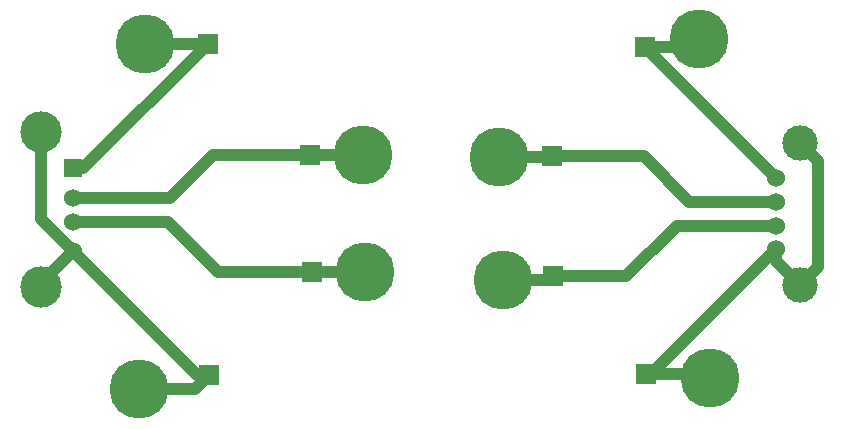
<source format=gtl>
%TF.GenerationSoftware,KiCad,Pcbnew,5.1.10-88a1d61d58~88~ubuntu20.04.1*%
%TF.CreationDate,2021-05-09T22:43:12+02:00*%
%TF.ProjectId,USBConnectorTester,55534243-6f6e-46e6-9563-746f72546573,rev?*%
%TF.SameCoordinates,Original*%
%TF.FileFunction,Copper,L1,Top*%
%TF.FilePolarity,Positive*%
%FSLAX46Y46*%
G04 Gerber Fmt 4.6, Leading zero omitted, Abs format (unit mm)*
G04 Created by KiCad (PCBNEW 5.1.10-88a1d61d58~88~ubuntu20.04.1) date 2021-05-09 22:43:12*
%MOMM*%
%LPD*%
G01*
G04 APERTURE LIST*
%TA.AperFunction,ComponentPad*%
%ADD10C,5.000000*%
%TD*%
%TA.AperFunction,ComponentPad*%
%ADD11R,1.700000X1.700000*%
%TD*%
%TA.AperFunction,ComponentPad*%
%ADD12C,1.524000*%
%TD*%
%TA.AperFunction,ComponentPad*%
%ADD13R,1.524000X1.524000*%
%TD*%
%TA.AperFunction,ComponentPad*%
%ADD14C,3.500000*%
%TD*%
%TA.AperFunction,ComponentPad*%
%ADD15C,3.000000*%
%TD*%
%TA.AperFunction,Conductor*%
%ADD16C,1.000000*%
%TD*%
G04 APERTURE END LIST*
D10*
X170000000Y-113820000D03*
X169110000Y-85130000D03*
X152170000Y-95110000D03*
X152490000Y-105480000D03*
X140800000Y-104850000D03*
X121650000Y-114770000D03*
X122220000Y-85570000D03*
X140620000Y-94950000D03*
D11*
X136150000Y-94950000D03*
X136340000Y-104810000D03*
X127490000Y-85520000D03*
X127640000Y-113590000D03*
D12*
X116070000Y-103080000D03*
X116070000Y-100580000D03*
X116070000Y-98580000D03*
D13*
X116070000Y-96080000D03*
D14*
X113360000Y-93010000D03*
X113360000Y-106150000D03*
D11*
X164590000Y-113490000D03*
X156620000Y-95060000D03*
X156770000Y-105220000D03*
X164510000Y-85800000D03*
D15*
X177630000Y-93910000D03*
X177630000Y-105910000D03*
D12*
X175630000Y-96910000D03*
X175630000Y-98910000D03*
X175630000Y-100910000D03*
X175630000Y-102910000D03*
D16*
X175630000Y-103910000D02*
X177630000Y-105910000D01*
X175630000Y-102910000D02*
X175630000Y-103910000D01*
X179129999Y-104410001D02*
X177630000Y-105910000D01*
X179129999Y-95409999D02*
X179129999Y-104410001D01*
X177630000Y-93910000D02*
X179129999Y-95409999D01*
X165050000Y-113490000D02*
X164590000Y-113490000D01*
X175630000Y-102910000D02*
X165050000Y-113490000D01*
X169670000Y-113490000D02*
X170000000Y-113820000D01*
X164590000Y-113490000D02*
X169670000Y-113490000D01*
X164520000Y-85800000D02*
X164510000Y-85800000D01*
X175630000Y-96910000D02*
X164520000Y-85800000D01*
X168440000Y-85800000D02*
X169110000Y-85130000D01*
X164510000Y-85800000D02*
X168440000Y-85800000D01*
X156620000Y-95060000D02*
X164410000Y-95060000D01*
X168260000Y-98910000D02*
X175630000Y-98910000D01*
X164410000Y-95060000D02*
X168260000Y-98910000D01*
X156570000Y-95110000D02*
X156620000Y-95060000D01*
X152170000Y-95110000D02*
X156570000Y-95110000D01*
X175630000Y-100910000D02*
X167200000Y-100910000D01*
X162890000Y-105220000D02*
X156770000Y-105220000D01*
X167200000Y-100910000D02*
X162890000Y-105220000D01*
X156510000Y-105480000D02*
X156770000Y-105220000D01*
X152490000Y-105480000D02*
X156510000Y-105480000D01*
X126580000Y-113590000D02*
X127640000Y-113590000D01*
X116070000Y-103080000D02*
X126580000Y-113590000D01*
X113360000Y-105790000D02*
X116070000Y-103080000D01*
X113360000Y-106150000D02*
X113360000Y-105790000D01*
X113360000Y-100370000D02*
X116070000Y-103080000D01*
X113360000Y-93010000D02*
X113360000Y-100370000D01*
X126460000Y-114770000D02*
X127640000Y-113590000D01*
X121650000Y-114770000D02*
X126460000Y-114770000D01*
X136340000Y-104810000D02*
X128380000Y-104810000D01*
X124150000Y-100580000D02*
X116070000Y-100580000D01*
X128380000Y-104810000D02*
X124150000Y-100580000D01*
X136380000Y-104850000D02*
X136340000Y-104810000D01*
X140800000Y-104850000D02*
X136380000Y-104850000D01*
X116070000Y-98580000D02*
X124340000Y-98580000D01*
X127970000Y-94950000D02*
X136150000Y-94950000D01*
X124340000Y-98580000D02*
X127970000Y-94950000D01*
X136150000Y-94950000D02*
X140620000Y-94950000D01*
X116930000Y-96080000D02*
X127490000Y-85520000D01*
X116070000Y-96080000D02*
X116930000Y-96080000D01*
X122270000Y-85520000D02*
X122220000Y-85570000D01*
X127490000Y-85520000D02*
X122270000Y-85520000D01*
M02*

</source>
